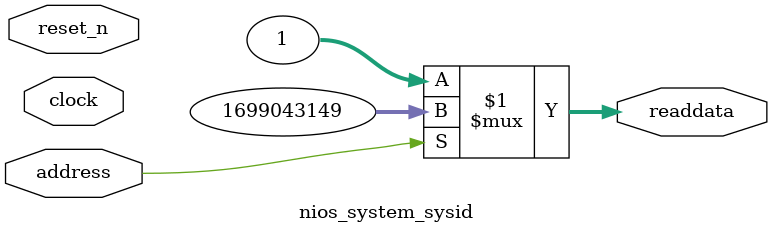
<source format=v>



// synthesis translate_off
`timescale 1ns / 1ps
// synthesis translate_on

// turn off superfluous verilog processor warnings 
// altera message_level Level1 
// altera message_off 10034 10035 10036 10037 10230 10240 10030 

module nios_system_sysid (
               // inputs:
                address,
                clock,
                reset_n,

               // outputs:
                readdata
             )
;

  output  [ 31: 0] readdata;
  input            address;
  input            clock;
  input            reset_n;

  wire    [ 31: 0] readdata;
  //control_slave, which is an e_avalon_slave
  assign readdata = address ? 1699043149 : 1;

endmodule



</source>
